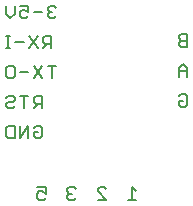
<source format=gbr>
G04 EAGLE Gerber RS-274X export*
G75*
%MOMM*%
%FSLAX34Y34*%
%LPD*%
%INSilkscreen Bottom*%
%IPPOS*%
%AMOC8*
5,1,8,0,0,1.08239X$1,22.5*%
G01*
%ADD10C,0.203200*%


D10*
X87670Y192794D02*
X85890Y194573D01*
X82331Y194573D01*
X80552Y192794D01*
X80552Y191014D01*
X82331Y189235D01*
X84111Y189235D01*
X82331Y189235D02*
X80552Y187455D01*
X80552Y185676D01*
X82331Y183896D01*
X85890Y183896D01*
X87670Y185676D01*
X75976Y189235D02*
X68858Y189235D01*
X64282Y194573D02*
X57164Y194573D01*
X64282Y194573D02*
X64282Y189235D01*
X60723Y191014D01*
X58943Y191014D01*
X57164Y189235D01*
X57164Y185676D01*
X58943Y183896D01*
X62503Y183896D01*
X64282Y185676D01*
X52588Y187455D02*
X52588Y194573D01*
X52588Y187455D02*
X49029Y183896D01*
X45470Y187455D01*
X45470Y194573D01*
X84111Y143773D02*
X84111Y133096D01*
X87670Y143773D02*
X80552Y143773D01*
X75976Y143773D02*
X68858Y133096D01*
X75976Y133096D02*
X68858Y143773D01*
X64282Y138435D02*
X57164Y138435D01*
X50809Y143773D02*
X47250Y143773D01*
X50809Y143773D02*
X52588Y141994D01*
X52588Y134876D01*
X50809Y133096D01*
X47250Y133096D01*
X45470Y134876D01*
X45470Y141994D01*
X47250Y143773D01*
X83772Y158496D02*
X83772Y169173D01*
X78433Y169173D01*
X76654Y167394D01*
X76654Y163835D01*
X78433Y162055D01*
X83772Y162055D01*
X80213Y162055D02*
X76654Y158496D01*
X72078Y169173D02*
X64960Y158496D01*
X72078Y158496D02*
X64960Y169173D01*
X60384Y163835D02*
X53266Y163835D01*
X48690Y158496D02*
X45131Y158496D01*
X46911Y158496D02*
X46911Y169173D01*
X48690Y169173D02*
X45131Y169173D01*
X75976Y118373D02*
X75976Y107696D01*
X75976Y118373D02*
X70637Y118373D01*
X68858Y116594D01*
X68858Y113035D01*
X70637Y111255D01*
X75976Y111255D01*
X72417Y111255D02*
X68858Y107696D01*
X60723Y107696D02*
X60723Y118373D01*
X64282Y118373D02*
X57164Y118373D01*
X47249Y118373D02*
X45470Y116594D01*
X47249Y118373D02*
X50809Y118373D01*
X52588Y116594D01*
X52588Y114814D01*
X50809Y113035D01*
X47249Y113035D01*
X45470Y111255D01*
X45470Y109476D01*
X47249Y107696D01*
X50809Y107696D01*
X52588Y109476D01*
X198638Y134366D02*
X198638Y141484D01*
X195079Y145043D01*
X191520Y141484D01*
X191520Y134366D01*
X191520Y139705D02*
X198638Y139705D01*
X198638Y159766D02*
X198638Y170443D01*
X193299Y170443D01*
X191520Y168664D01*
X191520Y166884D01*
X193299Y165105D01*
X191520Y163325D01*
X191520Y161546D01*
X193299Y159766D01*
X198638Y159766D01*
X198638Y165105D02*
X193299Y165105D01*
X193299Y119643D02*
X191520Y117864D01*
X193299Y119643D02*
X196858Y119643D01*
X198638Y117864D01*
X198638Y110746D01*
X196858Y108966D01*
X193299Y108966D01*
X191520Y110746D01*
X191520Y114305D01*
X195079Y114305D01*
X70637Y92973D02*
X68858Y91194D01*
X70637Y92973D02*
X74196Y92973D01*
X75976Y91194D01*
X75976Y84076D01*
X74196Y82296D01*
X70637Y82296D01*
X68858Y84076D01*
X68858Y87635D01*
X72417Y87635D01*
X64282Y92973D02*
X64282Y82296D01*
X57164Y82296D02*
X64282Y92973D01*
X57164Y92973D02*
X57164Y82296D01*
X52588Y82296D02*
X52588Y92973D01*
X52588Y82296D02*
X47249Y82296D01*
X45470Y84076D01*
X45470Y91194D01*
X47249Y92973D01*
X52588Y92973D01*
X151899Y40903D02*
X155458Y37344D01*
X151899Y40903D02*
X151899Y30226D01*
X155458Y30226D02*
X148340Y30226D01*
X130058Y30226D02*
X122940Y30226D01*
X130058Y30226D02*
X122940Y37344D01*
X122940Y39124D01*
X124719Y40903D01*
X128278Y40903D01*
X130058Y39124D01*
X104394Y39124D02*
X102615Y40903D01*
X99055Y40903D01*
X97276Y39124D01*
X97276Y37344D01*
X99055Y35565D01*
X100835Y35565D01*
X99055Y35565D02*
X97276Y33785D01*
X97276Y32006D01*
X99055Y30226D01*
X102615Y30226D01*
X104394Y32006D01*
X78994Y40903D02*
X71876Y40903D01*
X78994Y40903D02*
X78994Y35565D01*
X75435Y37344D01*
X73655Y37344D01*
X71876Y35565D01*
X71876Y32006D01*
X73655Y30226D01*
X77215Y30226D01*
X78994Y32006D01*
M02*

</source>
